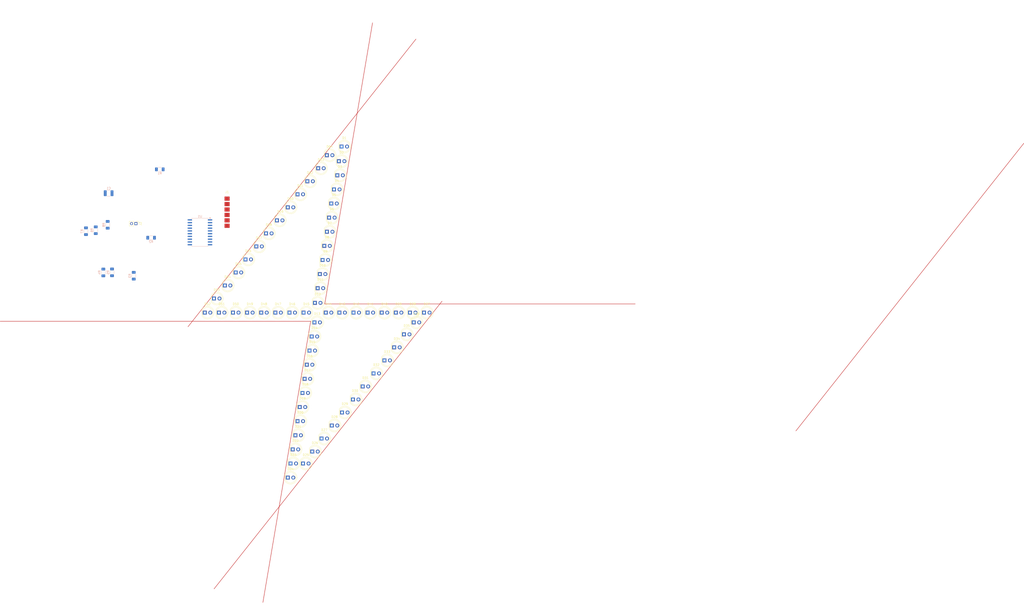
<source format=kicad_pcb>
(kicad_pcb (version 20241229) (generator "pcbnew") (generator_version "9.0")
  (layers (0 "F.Cu" signal) (2 "B.Cu" signal) (13 "F.Paste" user) (15 "B.Paste" user) (5 "F.SilkS" user "F.Silkscreen") (7 "B.SilkS" user "B.Silkscreen") (1 "F.Mask" user) (3 "B.Mask" user) (25 "Edge.Cuts" user))
  (net 0 "")
  (net 1 "Net-(D14-K)")
  (net 2 "Net-(D16-K)")
  (net 3 "GND")
  (net 4 "Net-(U1-PA6)")
  (net 5 "Net-(D1-K)")
  (net 6 "+5V")
  (net 7 "Net-(D15-K)")
  (net 8 "Net-(U1-PA4)")
  (net 9 "Net-(U1-PA2)")
  (net 10 "Net-(U1-AREF{slash}PA3)")
  (net 11 "Net-(U1-PA5)")
  (net 12 "Net-(D10-K)")
  (net 13 "Net-(D12-K)")
  (net 14 "Net-(U1-PA1)")
  (net 15 "Net-(U1-PA7)")
  (net 16 "Net-(D11-K)")
  (net 17 "Net-(D13-K)")
  (net 18 "Net-(U1-PA0)")
  (net 19 "Net-(D17-A)")
  (net 20 "Net-(D1-A)")
  (net 21 "Net-(D10-A)")
  (net 22 "Net-(D25-A)")
  (net 23 "Net-(D33-A)")
  (net 24 "Net-(D41-A)")
  (net 25 "Net-(D49-A)")
  (net 26 "Net-(D57-A)")
  (footprint "LED_THT:LED_D5.0mm" (layer "F.Cu") (at 108.225 143)
    (property "Reference" "D47" (at 1.27 -3.96 0) (layer "F.SilkS"))
    (property "Value" "LED")
    (pad "1" thru_hole rect (at 0 0) (size 1.8 1.8) (drill 0.9) (layers "*.Cu" "*.Mask") (net 7 "Net-(D15-K)"))
    (pad "2" thru_hole circle (at 2.54 0) (size 1.8 1.8) (drill 0.9) (layers "*.Cu" "*.Mask") (net 24 "Net-(D41-A)"))
  )
  (footprint "LED_THT:LED_D5.0mm" (layer "F.Cu") (at 113.96 94.5)
    (property "Reference" "D60" (at 1.27 -3.96 0) (layer "F.SilkS"))
    (property "Value" "LED")
    (pad "1" thru_hole rect (at 0 0) (size 1.8 1.8) (drill 0.9) (layers "*.Cu" "*.Mask") (net 13 "Net-(D12-K)"))
    (pad "2" thru_hole circle (at 2.54 0) (size 1.8 1.8) (drill 0.9) (layers "*.Cu" "*.Mask") (net 26 "Net-(D57-A)"))
  )
  (footprint "LED_THT:LED_D5.0mm" (layer "F.Cu") (at 131.99 105.75)
    (property "Reference" "D7" (at 1.27 -3.96 0) (layer "F.SilkS"))
    (property "Value" "LED")
    (pad "1" thru_hole rect (at 0 0) (size 1.8 1.8) (drill 0.9) (layers "*.Cu" "*.Mask") (net 7 "Net-(D15-K)"))
    (pad "2" thru_hole circle (at 2.54 0) (size 1.8 1.8) (drill 0.9) (layers "*.Cu" "*.Mask") (net 20 "Net-(D1-A)"))
  )
  (footprint "LED_THT:LED_D5.0mm" (layer "F.Cu") (at 137.725 143)
    (property "Reference" "D43" (at 1.27 -3.96 0) (layer "F.SilkS"))
    (property "Value" "LED")
    (pad "1" thru_hole rect (at 0 0) (size 1.8 1.8) (drill 0.9) (layers "*.Cu" "*.Mask") (net 16 "Net-(D11-K)"))
    (pad "2" thru_hole circle (at 2.54 0) (size 1.8 1.8) (drill 0.9) (layers "*.Cu" "*.Mask") (net 24 "Net-(D41-A)"))
  )
  (footprint "LED_THT:LED_D5.0mm" (layer "F.Cu") (at 126.225 147.5)
    (property "Reference" "D13" (at 1.27 -3.96 0) (layer "F.SilkS"))
    (property "Value" "LED")
    (pad "1" thru_hole rect (at 0 0) (size 1.8 1.8) (drill 0.9) (layers "*.Cu" "*.Mask") (net 17 "Net-(D13-K)"))
    (pad "2" thru_hole circle (at 2.54 0) (size 1.8 1.8) (drill 0.9) (layers "*.Cu" "*.Mask") (net 21 "Net-(D10-A)"))
  )
  (footprint "LED_THT:LED_D5.0mm" (layer "F.Cu") (at 133.99 92.75)
    (property "Reference" "D5" (at 1.27 -3.96 0) (layer "F.SilkS"))
    (property "Value" "LED")
    (pad "1" thru_hole rect (at 0 0) (size 1.8 1.8) (drill 0.9) (layers "*.Cu" "*.Mask") (net 17 "Net-(D13-K)"))
    (pad "2" thru_hole circle (at 2.54 0) (size 1.8 1.8) (drill 0.9) (layers "*.Cu" "*.Mask") (net 20 "Net-(D1-A)"))
  )
  (footprint "LED_THT:LED_D5.0mm" (layer "F.Cu") (at 89.96 124.5)
    (property "Reference" "D55" (at 1.27 -3.96 0) (layer "F.SilkS"))
    (property "Value" "LED")
    (pad "1" thru_hole rect (at 0 0) (size 1.8 1.8) (drill 0.9) (layers "*.Cu" "*.Mask") (net 7 "Net-(D15-K)"))
    (pad "2" thru_hole circle (at 2.54 0) (size 1.8 1.8) (drill 0.9) (layers "*.Cu" "*.Mask") (net 25 "Net-(D49-A)"))
  )
  (footprint "LED_THT:LED_D5.0mm" (layer "F.Cu") (at 121 212.5)
    (property "Reference" "D25" (at 1.27 -3.96 0) (layer "F.SilkS"))
    (property "Value" "LED")
    (pad "1" thru_hole rect (at 0 0) (size 1.8 1.8) (drill 0.9) (layers "*.Cu" "*.Mask") (net 5 "Net-(D1-K)"))
    (pad "2" thru_hole circle (at 2.54 0) (size 1.8 1.8) (drill 0.9) (layers "*.Cu" "*.Mask") (net 22 "Net-(D25-A)"))
  )
  (footprint "LED_THT:LED_D5.0mm" (layer "F.Cu") (at 131.96 70.5)
    (property "Reference" "D64" (at 1.27 -3.96 0) (layer "F.SilkS"))
    (property "Value" "LED")
    (pad "1" thru_hole rect (at 0 0) (size 1.8 1.8) (drill 0.9) (layers "*.Cu" "*.Mask") (net 2 "Net-(D16-K)"))
    (pad "2" thru_hole circle (at 2.54 0) (size 1.8 1.8) (drill 0.9) (layers "*.Cu" "*.Mask") (net 26 "Net-(D57-A)"))
  )
  (footprint "LED_THT:LED_D5.0mm" (layer "F.Cu") (at 150.725 143)
    (property "Reference" "D41" (at 1.27 -3.96 0) (layer "F.SilkS"))
    (property "Value" "LED")
    (pad "1" thru_hole rect (at 0 0) (size 1.8 1.8) (drill 0.9) (layers "*.Cu" "*.Mask") (net 5 "Net-(D1-K)"))
    (pad "2" thru_hole circle (at 2.54 0) (size 1.8 1.8) (drill 0.9) (layers "*.Cu" "*.Mask") (net 24 "Net-(D41-A)"))
  )
  (footprint "LED_THT:LED_D5.0mm" (layer "F.Cu") (at 125.225 207)
    (property "Reference" "D26" (at 1.27 -3.96 0) (layer "F.SilkS"))
    (property "Value" "LED")
    (pad "1" thru_hole rect (at 0 0) (size 1.8 1.8) (drill 0.9) (layers "*.Cu" "*.Mask") (net 12 "Net-(D10-K)"))
    (pad "2" thru_hole circle (at 2.54 0) (size 1.8 1.8) (drill 0.9) (layers "*.Cu" "*.Mask") (net 22 "Net-(D25-A)"))
  )
  (footprint "LED_THT:LED_D5.0mm" (layer "F.Cu") (at 124.96 154)
    (property "Reference" "D14" (at 1.27 -3.96 0) (layer "F.SilkS"))
    (property "Value" "LED")
    (pad "1" thru_hole rect (at 0 0) (size 1.8 1.8) (drill 0.9) (layers "*.Cu" "*.Mask") (net 1 "Net-(D14-K)"))
    (pad "2" thru_hole circle (at 2.54 0) (size 1.8 1.8) (drill 0.9) (layers "*.Cu" "*.Mask") (net 21 "Net-(D10-A)"))
  )
  (footprint "LED_THT:LED_D5.0mm" (layer "F.Cu") (at 123.96 160.5)
    (property "Reference" "D15" (at 1.27 -3.96 0) (layer "F.SilkS"))
    (property "Value" "LED")
    (pad "1" thru_hole rect (at 0 0) (size 1.8 1.8) (drill 0.9) (layers "*.Cu" "*.Mask") (net 7 "Net-(D15-K)"))
    (pad "2" thru_hole circle (at 2.54 0) (size 1.8 1.8) (drill 0.9) (layers "*.Cu" "*.Mask") (net 21 "Net-(D10-A)"))
  )
  (footprint "LED_THT:LED_D5.0mm" (layer "F.Cu") (at 157.225 143)
    (property "Reference" "D40" (at 1.27 -3.96 0) (layer "F.SilkS"))
    (property "Value" "LED")
    (pad "1" thru_hole rect (at 0 0) (size 1.8 1.8) (drill 0.9) (layers "*.Cu" "*.Mask") (net 2 "Net-(D16-K)"))
    (pad "2" thru_hole circle (at 2.54 0) (size 1.8 1.8) (drill 0.9) (layers "*.Cu" "*.Mask") (net 23 "Net-(D33-A)"))
  )
  (footprint "LED_THT:LED_D5.0mm" (layer "F.Cu") (at 167.46 153)
    (property "Reference" "D35" (at 1.27 -3.96 0) (layer "F.SilkS"))
    (property "Value" "LED")
    (pad "1" thru_hole rect (at 0 0) (size 1.8 1.8) (drill 0.9) (layers "*.Cu" "*.Mask") (net 16 "Net-(D11-K)"))
    (pad "2" thru_hole circle (at 2.54 0) (size 1.8 1.8) (drill 0.9) (layers "*.Cu" "*.Mask") (net 23 "Net-(D33-A)"))
  )
  (footprint "LED_THT:LED_D5.0mm" (layer "F.Cu") (at 130.765 112.25)
    (property "Reference" "D8" (at 1.27 -3.96 0) (layer "F.SilkS"))
    (property "Value" "LED")
    (pad "1" thru_hole rect (at 0 0) (size 1.8 1.8) (drill 0.9) (layers "*.Cu" "*.Mask") (net 2 "Net-(D16-K)"))
    (pad "2" thru_hole circle (at 2.54 0) (size 1.8 1.8) (drill 0.9) (layers "*.Cu" "*.Mask") (net 20 "Net-(D1-A)"))
  )
  (footprint "LED_THT:LED_D5.0mm" (layer "F.Cu") (at 171.96 147.5)
    (property "Reference" "D36" (at 1.27 -3.96 0) (layer "F.SilkS"))
    (property "Value" "LED")
    (pad "1" thru_hole rect (at 0 0) (size 1.8 1.8) (drill 0.9) (layers "*.Cu" "*.Mask") (net 13 "Net-(D12-K)"))
    (pad "2" thru_hole circle (at 2.54 0) (size 1.8 1.8) (drill 0.9) (layers "*.Cu" "*.Mask") (net 23 "Net-(D33-A)"))
  )
  (footprint "LED_THT:LED_D5.0mm" (layer "F.Cu") (at 176.725 143)
    (property "Reference" "D37" (at 1.27 -3.96 0) (layer "F.SilkS"))
    (property "Value" "LED")
    (pad "1" thru_hole rect (at 0 0) (size 1.8 1.8) (drill 0.9) (layers "*.Cu" "*.Mask") (net 17 "Net-(D13-K)"))
    (pad "2" thru_hole circle (at 2.54 0) (size 1.8 1.8) (drill 0.9) (layers "*.Cu" "*.Mask") (net 23 "Net-(D33-A)"))
  )
  (footprint "LED_THT:LED_D5.0mm" (layer "F.Cu") (at 101.725 143)
    (property "Reference" "D48" (at 1.27 -3.96 0) (layer "F.SilkS"))
    (property "Value" "LED")
    (pad "1" thru_hole rect (at 0 0) (size 1.8 1.8) (drill 0.9) (layers "*.Cu" "*.Mask") (net 2 "Net-(D16-K)"))
    (pad "2" thru_hole circle (at 2.54 0) (size 1.8 1.8) (drill 0.9) (layers "*.Cu" "*.Mask") (net 24 "Net-(D41-A)"))
  )
  (footprint "LED_THT:LED_D5.0mm" (layer "F.Cu") (at 136.765 79.75)
    (property "Reference" "D3" (at 1.27 -3.96 0) (layer "F.SilkS"))
    (property "Value" "LED")
    (pad "1" thru_hole rect (at 0 0) (size 1.8 1.8) (drill 0.9) (layers "*.Cu" "*.Mask") (net 16 "Net-(D11-K)"))
    (pad "2" thru_hole circle (at 2.54 0) (size 1.8 1.8) (drill 0.9) (layers "*.Cu" "*.Mask") (net 20 "Net-(D1-A)"))
  )
  (footprint "LED_THT:LED_D5.0mm" (layer "F.Cu") (at 94.46 118.5)
    (property "Reference" "D56" (at 1.27 -3.96 0) (layer "F.SilkS"))
    (property "Value" "LED")
    (pad "1" thru_hole rect (at 0 0) (size 1.8 1.8) (drill 0.9) (layers "*.Cu" "*.Mask") (net 2 "Net-(D16-K)"))
    (pad "2" thru_hole circle (at 2.54 0) (size 1.8 1.8) (drill 0.9) (layers "*.Cu" "*.Mask") (net 25 "Net-(D49-A)"))
  )
  (footprint "LED_THT:LED_D5.0mm" (layer "F.Cu") (at 116.225 206)
    (property "Reference" "D22" (at 1.27 -3.96 0) (layer "F.SilkS"))
    (property "Value" "LED")
    (pad "1" thru_hole rect (at 0 0) (size 1.8 1.8) (drill 0.9) (layers "*.Cu" "*.Mask") (net 1 "Net-(D14-K)"))
    (pad "2" thru_hole circle (at 2.54 0) (size 1.8 1.8) (drill 0.9) (layers "*.Cu" "*.Mask") (net 19 "Net-(D17-A)"))
  )
  (footprint "LED_THT:LED_D5.0mm" (layer "F.Cu") (at 121.225 143)
    (property "Reference" "D45" (at 1.27 -3.96 0) (layer "F.SilkS"))
    (property "Value" "LED")
    (pad "1" thru_hole rect (at 0 0) (size 1.8 1.8) (drill 0.9) (layers "*.Cu" "*.Mask") (net 17 "Net-(D13-K)"))
    (pad "2" thru_hole circle (at 2.54 0) (size 1.8 1.8) (drill 0.9) (layers "*.Cu" "*.Mask") (net 24 "Net-(D41-A)"))
  )
  (footprint "LED_THT:LED_D5.0mm" (layer "F.Cu") (at 115.225 212.5)
    (property "Reference" "D23" (at 1.27 -3.96 0) (layer "F.SilkS"))
    (property "Value" "LED")
    (pad "1" thru_hole rect (at 0 0) (size 1.8 1.8) (drill 0.9) (layers "*.Cu" "*.Mask") (net 7 "Net-(D15-K)"))
    (pad "2" thru_hole circle (at 2.54 0) (size 1.8 1.8) (drill 0.9) (layers "*.Cu" "*.Mask") (net 19 "Net-(D17-A)"))
  )
  (footprint "LED_THT:LED_D5.0mm" (layer "F.Cu") (at 128.725 125.25)
    (property "Reference" "D10" (at 1.27 -3.96 0) (layer "F.SilkS"))
    (property "Value" "LED")
    (pad "1" thru_hole rect (at 0 0) (size 1.8 1.8) (drill 0.9) (layers "*.Cu" "*.Mask") (net 12 "Net-(D10-K)"))
    (pad "2" thru_hole circle (at 2.54 0) (size 1.8 1.8) (drill 0.9) (layers "*.Cu" "*.Mask") (net 21 "Net-(D10-A)"))
  )
  (footprint "LED_THT:LED_D5.0mm" (layer "F.Cu") (at 117.46 199.5)
    (property "Reference" "D21" (at 1.27 -3.96 0) (layer "F.SilkS"))
    (property "Value" "LED")
    (pad "1" thru_hole rect (at 0 0) (size 1.8 1.8) (drill 0.9) (layers "*.Cu" "*.Mask") (net 17 "Net-(D13-K)"))
    (pad "2" thru_hole circle (at 2.54 0) (size 1.8 1.8) (drill 0.9) (layers "*.Cu" "*.Mask") (net 19 "Net-(D17-A)"))
  )
  (footprint "Connector_PinHeader_2.00mm:PinHeader_1x02_P2.00mm_Vertical" (layer "F.Cu") (at 44 102 -90)
    (property "Reference" "J2" (at 0 -2.11 90) (layer "F.SilkS"))
    (property "Value" "Conn_01x02_Pin")
    (pad "1" thru_hole rect (at 0 0 270) (size 1.35 1.35) (drill 0.8) (layers "*.Cu" "*.Mask") (net 6 "+5V"))
    (pad "2" thru_hole circle (at 0 2 270) (size 1.35 1.35) (drill 0.8) (layers "*.Cu" "*.Mask") (net 3 "GND"))
  )
  (footprint "LED_THT:LED_D5.0mm" (layer "F.Cu") (at 129.5 201)
    (property "Reference" "D27" (at 1.27 -3.96 0) (layer "F.SilkS"))
    (property "Value" "LED")
    (pad "1" thru_hole rect (at 0 0) (size 1.8 1.8) (drill 0.9) (layers "*.Cu" "*.Mask") (net 16 "Net-(D11-K)"))
    (pad "2" thru_hole circle (at 2.54 0) (size 1.8 1.8) (drill 0.9) (layers "*.Cu" "*.Mask") (net 22 "Net-(D25-A)"))
  )
  (footprint "LED_THT:LED_D5.0mm" (layer "F.Cu") (at 103.96 106.5)
    (property "Reference" "D58" (at 1.27 -3.96 0) (layer "F.SilkS"))
    (property "Value" "LED")
    (pad "1" thru_hole rect (at 0 0) (size 1.8 1.8) (drill 0.9) (layers "*.Cu" "*.Mask") (net 12 "Net-(D10-K)"))
    (pad "2" thru_hole circle (at 2.54 0) (size 1.8 1.8) (drill 0.9) (layers "*.Cu" "*.Mask") (net 26 "Net-(D57-A)"))
  )
  (footprint "LED_THT:LED_D5.0mm" (layer "F.Cu") (at 126.46 138.5)
    (property "Reference" "D12" (at 1.27 -3.96 0) (layer "F.SilkS"))
    (property "Value" "LED")
    (pad "1" thru_hole rect (at 0 0) (size 1.8 1.8) (drill 0.9) (layers "*.Cu" "*.Mask") (net 13 "Net-(D12-K)"))
    (pad "2" thru_hole circle (at 2.54 0) (size 1.8 1.8) (drill 0.9) (layers "*.Cu" "*.Mask") (net 21 "Net-(D10-A)"))
  )
  (footprint "LED_THT:LED_D5.0mm" (layer "F.Cu") (at 88.725 143)
    (property "Reference" "D50" (at 1.27 -3.96 0) (layer "F.SilkS"))
    (property "Value" "LED")
    (pad "1" thru_hole rect (at 0 0) (size 1.8 1.8) (drill 0.9) (layers "*.Cu" "*.Mask") (net 12 "Net-(D10-K)"))
    (pad "2" thru_hole circle (at 2.54 0) (size 1.8 1.8) (drill 0.9) (layers "*.Cu" "*.Mask") (net 25 "Net-(D49-A)"))
  )
  (footprint "LED_THT:LED_D5.0mm" (layer "F.Cu") (at 113.96 219)
    (property "Reference" "D24" (at 1.27 -3.96 0) (layer "F.SilkS"))
    (property "Value" "LED")
    (pad "1" thru_hole rect (at 0 0) (size 1.8 1.8) (drill 0.9) (layers "*.Cu" "*.Mask") (net 2 "Net-(D16-K)"))
    (pad "2" thru_hole circle (at 2.54 0) (size 1.8 1.8) (drill 0.9) (layers "*.Cu" "*.Mask") (net 19 "Net-(D17-A)"))
  )
  (footprint "LED_THT:LED_D5.0mm" (layer "F.Cu") (at 118.46 193)
    (property "Reference" "D20" (at 1.27 -3.96 0) (layer "F.SilkS"))
    (property "Value" "LED")
    (pad "1" thru_hole rect (at 0 0) (size 1.8 1.8) (drill 0.9) (layers "*.Cu" "*.Mask") (net 13 "Net-(D12-K)"))
    (pad "2" thru_hole circle (at 2.54 0) (size 1.8 1.8) (drill 0.9) (layers "*.Cu" "*.Mask") (net 19 "Net-(D17-A)"))
  )
  (footprint "LED_THT:LED_D5.0mm" (layer "F.Cu") (at 79.96 136.5)
    (property "Reference" "D53" (at 1.27 -3.96 0) (layer "F.SilkS"))
    (property "Value" "LED")
    (pad "1" thru_hole rect (at 0 0) (size 1.8 1.8) (drill 0.9) (layers "*.Cu" "*.Mask") (net 17 "Net-(D13-K)"))
    (pad "2" thru_hole circle (at 2.54 0) (size 1.8 1.8) (drill 0.9) (layers "*.Cu" "*.Mask") (net 25 "Net-(D49-A)"))
  )
  (footprint "LED_THT:LED_D5.0mm" (layer "F.Cu") (at 121.725 173.5)
    (property "Reference" "D17" (at 1.27 -3.96 0) (layer "F.SilkS"))
    (property "Value" "LED")
    (pad "1" thru_hole rect (at 0 0) (size 1.8 1.8) (drill 0.9) (layers "*.Cu" "*.Mask") (net 5 "Net-(D1-K)"))
    (pad "2" thru_hole circle (at 2.54 0) (size 1.8 1.8) (drill 0.9) (layers "*.Cu" "*.Mask") (net 19 "Net-(D17-A)"))
  )
  (footprint "LED_THT:LED_D5.0mm" (layer "F.Cu") (at 82.225 143)
    (property "Reference" "D51" (at 1.27 -3.96 0) (layer "F.SilkS"))
    (property "Value" "LED")
    (pad "1" thru_hole rect (at 0 0) (size 1.8 1.8) (drill 0.9) (layers "*.Cu" "*.Mask") (net 16 "Net-(D11-K)"))
    (pad "2" thru_hole circle (at 2.54 0) (size 1.8 1.8) (drill 0.9) (layers "*.Cu" "*.Mask") (net 25 "Net-(D49-A)"))
  )
  (footprint "LED_THT:LED_D5.0mm" (layer "F.Cu") (at 137.49 73.25)
    (property "Reference" "D2" (at 1.27 -3.96 0) (layer "F.SilkS"))
    (property "Value" "LED")
    (pad "1" thru_hole rect (at 0 0) (size 1.8 1.8) (drill 0.9) (layers "*.Cu" "*.Mask") (net 12 "Net-(D10-K)"))
    (pad "2" thru_hole circle (at 2.54 0) (size 1.8 1.8) (drill 0.9) (layers "*.Cu" "*.Mask") (net 20 "Net-(D1-A)"))
  )
  (footprint "LED_THT:LED_D5.0mm" (layer "F.Cu") (at 108.96 100.5)
    (property "Reference" "D59" (at 1.54 -4 0) (layer "F.SilkS"))
    (property "Value" "LED")
    (pad "1" thru_hole rect (at 0 0) (size 1.8 1.8) (drill 0.9) (layers "*.Cu" "*.Mask") (net 16 "Net-(D11-K)"))
    (pad "2" thru_hole circle (at 2.54 0) (size 1.8 1.8) (drill 0.9) (layers "*.Cu" "*.Mask") (net 26 "Net-(D57-A)"))
  )
  (footprint "LED_THT:LED_D5.0mm" (layer "F.Cu") (at 118.46 88.5)
    (property "Reference" "D61" (at 1.27 -3.96 0) (layer "F.SilkS"))
    (property "Value" "LED")
    (pad "1" thru_hole rect (at 0 0) (size 1.8 1.8) (drill 0.9) (layers "*.Cu" "*.Mask") (net 17 "Net-(D13-K)"))
    (pad "2" thru_hole circle (at 2.54 0) (size 1.8 1.8) (drill 0.9) (layers "*.Cu" "*.Mask") (net 26 "Net-(D57-A)"))
  )
  (footprint "LED_THT:LED_D5.0mm" (layer "F.Cu") (at 119.46 186.5)
    (property "Reference" "D19" (at 1.27 -3.96 0) (layer "F.SilkS"))
    (property "Value" "LED")
    (pad "1" thru_hole rect (at 0 0) (size 1.8 1.8) (drill 0.9) (layers "*.Cu" "*.Mask") (net 16 "Net-(D11-K)"))
    (pad "2" thru_hole circle (at 2.54 0) (size 1.8 1.8) (drill 0.9) (layers "*.Cu" "*.Mask") (net 19 "Net-(D17-A)"))
  )
  (footprint "LED_THT:LED_D5.0mm" (layer "F.Cu") (at 127.725 131.75)
    (property "Reference" "D11" (at 1.27 -3.96 0) (layer "F.SilkS"))
    (property "Value" "LED")
    (pad "1" thru_hole rect (at 0 0) (size 1.8 1.8) (drill 0.9) (layers "*.Cu" "*.Mask") (net 16 "Net-(D11-K)"))
    (pad "2" thru_hole circle (at 2.54 0) (size 1.8 1.8) (drill 0.9) (layers "*.Cu" "*.Mask") (net 21 "Net-(D10-A)"))
  )
  (footprint "LED_THT:LED_D5.0mm" (layer "F.Cu") (at 114.725 143)
    (property "Reference" "D46" (at 1.27 -3.96 0) (layer "F.SilkS"))
    (property "Value" "LED")
    (pad "1" thru_hole rect (at 0 0) (size 1.8 1.8) (drill 0.9) (layers "*.Cu" "*.Mask") (net 1 "Net-(D14-K)"))
    (pad "2" thru_hole circle (at 2.54 0) (size 1.8 1.8) (drill 0.9) (layers "*.Cu" "*.Mask") (net 24 "Net-(D41-A)"))
  )
  (footprint "LED_THT:LED_D5.0mm" (layer "F.Cu") (at 131.46 143)
    (property "Reference" "D44" (at 1.275 -4 0) (layer "F.SilkS"))
    (property "Value" "LED")
    (pad "1" thru_hole rect (at 0 0) (size 1.8 1.8) (drill 0.9) (layers "*.Cu" "*.Mask") (net 13 "Net-(D12-K)"))
    (pad "2" thru_hole circle (at 2.54 0) (size 1.8 1.8) (drill 0.9) (layers "*.Cu" "*.Mask") (net 24 "Net-(D41-A)"))
  )
  (footprint "LED_THT:LED_D5.0mm" (layer "F.Cu") (at 162.96 159)
    (property "Reference" "D34" (at 1.27 -3.96 0) (layer "F.SilkS"))
    (property "Value" "LED")
    (pad "1" thru_hole rect (at 0 0) (size 1.8 1.8) (drill 0.9) (layers "*.Cu" "*.Mask") (net 12 "Net-(D10-K)"))
    (pad "2" thru_hole circle (at 2.54 0) (size 1.8 1.8) (drill 0.9) (layers "*.Cu" "*.Mask") (net 23 "Net-(D33-A)"))
  )
  (footprint "LED_THT:LED_D5.0mm" (layer "F.Cu") (at 134.225 195)
    (property "Reference" "D28" (at 1.27 -3.96 0) (layer "F.SilkS"))
    (property "Value" "LED")
    (pad "1" thru_hole rect (at 0 0) (size 1.8 1.8) (drill 0.9) (layers "*.Cu" "*.Mask") (net 13 "Net-(D12-K)"))
    (pad "2" thru_hole circle (at 2.54 0) (size 1.8 1.8) (drill 0.9) (layers "*.Cu" "*.Mask") (net 22 "Net-(D25-A)"))
  )
  (footprint "LED_THT:LED_D5.0mm" (layer "F.Cu") (at 95.225 143)
    (property "Reference" "D49" (at 1.27 -3.96 0) (layer "F.SilkS"))
    (property "Value" "LED")
    (pad "1" thru_hole rect (at 0 0) (size 1.8 1.8) (drill 0.9) (layers "*.Cu" "*.Mask") (net 5 "Net-(D1-K)"))
    (pad "2" thru_hole circle (at 2.54 0) (size 1.8 1.8) (drill 0.9) (layers "*.Cu" "*.Mask") (net 25 "Net-(D49-A)"))
  )
  (footprint "LED_THT:LED_D5.0mm" (layer "F.Cu") (at 99.46 112.5)
    (property "Reference" "D57" (at 1.27 -3.96 0) (layer "F.SilkS"))
    (property "Value" "LED")
    (pad "1" thru_hole rect (at 0 0) (size 1.8 1.8) (drill 0.9) (layers "*.Cu" "*.Mask") (net 5 "Net-(D1-K)"))
    (pad "2" thru_hole circle (at 2.54 0) (size 1.8 1.8) (drill 0.9) (layers "*.Cu" "*.Mask") (net 26 "Net-(D57-A)"))
  )
  (footprint "LED_THT:LED_D5.0mm" (layer "F.Cu") (at 122.96 82.5)
    (property "Reference" "D62" (at 1.27 -3.96 0) (layer "F.SilkS"))
    (property "Value" "LED")
    (pad "1" thru_hole rect (at 0 0) (size 1.8 1.8) (drill 0.9) (layers "*.Cu" "*.Mask") (net 1 "Net-(D14-K)"))
    (pad "2" thru_hole circle (at 2.54 0) (size 1.8 1.8) (drill 0.9) (layers "*.Cu" "*.Mask") (net 26 "Net-(D57-A)"))
  )
  (footprint "LED_THT:LED_D5.0mm" (layer "F.Cu") (at 132.99 99.25)
    (property "Reference" "D6" (at 1.27 -3.96 0) (layer "F.SilkS"))
    (property "Value" "LED")
    (pad "1" thru_hole rect (at 0 0) (size 1.8 1.8) (drill 0.9) (layers "*.Cu" "*.Mask") (net 1 "Net-(D14-K)"))
    (pad "2" thru_hole circle (at 2.54 0) (size 1.8 1.8) (drill 0.9) (layers "*.Cu" "*.Mask") (net 20 "Net-(D1-A)"))
  )
  (footprint "LED_THT:LED_D5.0mm" (layer "F.Cu") (at 153.46 171)
    (property "Reference" "D32" (at 1.27 -3.96 0) (layer "F.SilkS"))
    (property "Value" "LED")
    (pad "1" thru_hole rect (at 0 0) (size 1.8 1.8) (drill 0.9) (layers "*.Cu" "*.Mask") (net 2 "Net-(D16-K)"))
    (pad "2" thru_hole circle (at 2.54 0) (size 1.8 1.8) (drill 0.9) (layers "*.Cu" "*.Mask") (net 22 "Net-(D25-A)"))
  )
  (footprint "LED_THT:LED_D5.0mm" (layer "F.Cu") (at 127.96 76.5)
    (property "Reference" "D63" (at 1.27 -3.96 0) (layer "F.SilkS"))
    (property "Value" "LED")
    (pad "1" thru_hole rect (at 0 0) (size 1.8 1.8) (drill 0.9) (layers "*.Cu" "*.Mask") (net 7 "Net-(D15-K)"))
    (pad "2" thru_hole circle (at 2.54 0) (size 1.8 1.8) (drill 0.9) (layers "*.Cu" "*.Mask") (net 26 "Net-(D57-A)"))
  )
  (footprint "LED_THT:LED_D5.0mm" (layer "F.Cu") (at 138.725 66.5)
    (property "Reference" "D1" (at 1.27 -3.96 0) (layer "F.SilkS"))
    (property "Value" "LED")
    (pad "1" thru_hole rect (at 0 0) (size 1.8 1.8) (drill 0.9) (layers "*.Cu" "*.Mask") (net 5 "Net-(D1-K)"))
    (pad "2" thru_hole circle (at 2.54 0) (size 1.8 1.8) (drill 0.9) (layers "*.Cu" "*.Mask") (net 20 "Net-(D1-A)"))
  )
  (footprint "LED_THT:LED_D5.0mm" (layer "F.Cu") (at 144.225 143)
    (property "Reference" "D42" (at 1.27 -3.96 0) (layer "F.SilkS"))
    (property "Value" "LED")
    (pad "1" thru_hole rect (at 0 0) (size 1.8 1.8) (drill 0.9) (layers "*.Cu" "*.Mask") (net 12 "Net-(D10-K)"))
    (pad "2" thru_hole circle (at 2.54 0) (size 1.8 1.8) (drill 0.9) (layers "*.Cu" "*.Mask") (net 24 "Net-(D41-A)"))
  )
  (footprint "LED_THT:LED_D5.0mm" (layer "F.Cu") (at 138.96 189)
    (property "Reference" "D29" (at 1.27 -3.96 0) (layer "F.SilkS"))
    (property "Value" "LED")
    (pad "1" thru_hole rect (at 0 0) (size 1.8 1.8) (drill 0.9) (layers "*.Cu" "*.Mask") (net 17 "Net-(D13-K)"))
    (pad "2" thru_hole circle (at 2.54 0) (size 1.8 1.8) (drill 0.9) (layers "*.Cu" "*.Mask") (net 22 "Net-(D25-A)"))
  )
  (footprint "Connector_PinHeader_2.00mm:PinHeader_1x06_P2.00mm_Vertical_SMD_Pin1Left" (layer "F.Cu") (at 87 95.9625)
    (property "Reference" "J1" (at -1 -8.5 0) (layer "F.SilkS"))
    (property "Value" "Conn_01x06_Pin")
    (pad "1" smd rect (at -1 -5.4625) (size 2.35 1.925) (layers "F.Cu" "F.Mask" "F.Paste") (net 5 "Net-(D1-K)"))
    (pad "2" smd rect (at -1 -2.9625) (size 2.35 1.925) (layers "F.Cu" "F.Mask" "F.Paste") (net 12 "Net-(D10-K)"))
    (pad "3" smd rect (at -0.999999 -0.462499) (size 2.349998 1.924998) (layers "F.Cu" "F.Mask" "F.Paste") (net 16 "Net-(D11-K)"))
    (pad "4" smd rect (at -1 2.0375) (size 2.35 1.925) (layers "F.Cu" "F.Mask" "F.Paste") (net 6 "+5V"))
    (pad "5" smd rect (at -1 4.5375) (size 2.35 1.925) (layers "F.Cu" "F.Mask" "F.Paste") (net 3 "GND"))
    (pad "6" smd rect (at -1 7.0375) (size 2.35 1.925) (layers "F.Cu" "F.Mask" "F.Paste") (net 2 "Net-(D16-K)"))
  )
  (footprint "LED_THT:LED_D5.0mm" (layer "F.Cu") (at 129.99 118.75)
    (property "Reference" "D9" (at 1.27 -3.96 0) (layer "F.SilkS"))
    (property "Value" "LED")
    (pad "1" thru_hole rect (at 0 0) (size 1.8 1.8) (drill 0.9) (layers "*.Cu" "*.Mask") (net 5 "Net-(D1-K)"))
    (pad "2" thru_hole circle (at 2.54 0) (size 1.8 1.8) (drill 0.9) (layers "*.Cu" "*.Mask") (net 21 "Net-(D10-A)"))
  )
  (footprint "LED_THT:LED_D5.0mm" (layer "F.Cu") (at 148.46 177)
    (property "Reference" "D31" (at 1.27 -3.96 0) (layer "F.SilkS"))
    (property "Value" "LED")
    (pad "1" thru_hole rect (at 0 0) (size 1.8 1.8) (drill 0.9) (layers "*.Cu" "*.Mask") (net 7 "Net-(D15-K)"))
    (pad "2" thru_hole circle (at 2.54 0) (size 1.8 1.8) (drill 0.9) (layers "*.Cu" "*.Mask") (net 22 "Net-(D25-A)"))
  )
  (footprint "LED_THT:LED_D5.0mm" (layer "F.Cu") (at 163.725 143)
    (property "Reference" "D39" (at 1.27 -3.96 0) (layer "F.SilkS"))
    (property "Value" "LED")
    (pad "1" thru_hole rect (at 0 0) (size 1.8 1.8) (drill 0.9) (layers "*.Cu" "*.Mask") (net 7 "Net-(D15-K)"))
    (pad "2" thru_hole circle (at 2.54 0) (size 1.8 1.8) (drill 0.9) (layers "*.Cu" "*.Mask") (net 23 "Net-(D33-A)"))
  )
  (footprint "LED_THT:LED_D5.0mm" (layer "F.Cu") (at 122.725 167)
    (property "Reference" "D16" (at 1.27 -3.96 0) (layer "F.SilkS"))
    (property "Value" "LED")
    (pad "1" thru_hole rect (at 0 0) (size 1.8 1.8) (drill 0.9) (layers "*.Cu" "*.Mask") (net 2 "Net-(D16-K)"))
    (pad "2" thru_hole circle (at 2.54 0) (size 1.8 1.8) (drill 0.9) (layers "*.Cu" "*.Mask") (net 21 "Net-(D10-A)"))
  )
  (footprint "LED_THT:LED_D5.0mm" (layer "F.Cu") (at 170.225 143)
    (property "Reference" "D38" (at 1.27 -3.96 0) (layer "F.SilkS"))
    (property "Value" "LED")
    (pad "1" thru_hole rect (at 0 0) (size 1.8 1.8) (drill 0.9) (layers "*.Cu" "*.Mask") (net 1 "Net-(D14-K)"))
    (pad "2" thru_hole circle (at 2.54 0) (size 1.8 1.8) (drill 0.9) (layers "*.Cu" "*.Mask") (net 23 "Net-(D33-A)"))
  )
  (footprint "LED_THT:LED_D5.0mm" (layer "F.Cu") (at 84.96 130.5)
    (property "Reference" "D54" (at 1.27 -3.96 0) (layer "F.SilkS"))
    (property "Value" "LED")
    (pad "1" thru_hole rect (at 0 0) (size 1.8 1.8) (drill 0.9) (layers "*.Cu" "*.Mask") (net 1 "Net-(D14-K)"))
    (pad "2" thru_hole circle (at 2.54 0) (size 1.8 1.8) (drill 0.9) (layers "*.Cu" "*.Mask") (net 25 "Net-(D49-A)"))
  )
  (footprint "LED_THT:LED_D5.0mm" (layer "F.Cu") (at 143.96 183)
    (property "Reference" "D30" (at 1 -4 0) (layer "F.SilkS"))
    (property "Value" "LED")
    (pad "1" thru_hole rect (at 0 0) (size 1.8 1.8) (drill 0.9) (layers "*.Cu" "*.Mask") (net 1 "Net-(D14-K)"))
    (pad "2" thru_hole circle (at 2.54 0) (size 1.8 1.8) (drill 0.9) (layers "*.Cu" "*.Mask") (net 22 "Net-(D25-A)"))
  )
  (footprint "LED_THT:LED_D5.0mm" (layer "F.Cu") (at 135.265 86.25)
    (property "Reference" "D4" (at 1.27 -3.96 0) (layer "F.SilkS"))
    (property "Value" "LED")
    (pad "1" thru_hole rect (at 0 0) (size 1.8 1.8) (drill 0.9) (layers "*.Cu" "*.Mask") (net 13 "Net-(D12-K)"))
    (pad "2" thru_hole circle (at 2.54 0) (size 1.8 1.8) (drill 0.9) (layers "*.Cu" "*.Mask") (net 20 "Net-(D1-A)"))
  )
  (footprint "LED_THT:LED_D5.0mm" (layer "F.Cu") (at 75.725 143)
    (property "Reference" "D52" (at 1.27 -3.96 0) (layer "F.SilkS"))
    (property "Value" "LED")
    (pad "1" thru_hole rect (at 0 0) (size 1.8 1.8) (drill 0.9) (layers "*.Cu" "*.Mask") (net 13 "Net-(D12-K)"))
    (pad "2" thru_hole circle (at 2.54 0) (size 1.8 1.8) (drill 0.9) (layers "*.Cu" "*.Mask") (net 25 "Net-(D49-A)"))
  )
  (footprint "LED_THT:LED_D5.0mm" (layer "F.Cu") (at 158.46 165)
    (property "Reference" "D33" (at 1.27 -3.96 0) (layer "F.SilkS"))
    (property "Value" "LED")
    (pad "1" thru_hole rect (at 0 0) (size 1.8 1.8) (drill 0.9) (layers "*.Cu" "*.Mask") (net 5 "Net-(D1-K)"))
    (pad "2" thru_hole circle (at 2.54 0) (size 1.8 1.8) (drill 0.9) (layers "*.Cu" "*.Mask") (net 23 "Net-(D33-A)"))
  )
  (footprint "LED_THT:LED_D5.0mm" (layer "F.Cu") (at 120.725 180)
    (property "Reference" "D18" (at 1.27 -3.96 0) (layer "F.SilkS"))
    (property "Value" "LED")
    (pad "1" thru_hole rect (at 0 0) (size 1.8 1.8) (drill 0.9) (layers "*.Cu" "*.Mask") (net 12 "Net-(D10-K)"))
    (pad "2" thru_hole circle (at 2.54 0) (size 1.8 1.8) (drill 0.9) (layers "*.Cu" "*.Mask") (net 19 "Net-(D17-A)"))
  )
  (footprint "Package_SO:SOIC-20W_7.5x12.8mm_P1.27mm" (layer "B.Cu") (at 73.5 106 180)
    (property "Reference" "U1" (at 0 7.35 0) (layer "B.SilkS") (effects (justify mirror)))
    (property "Value" "ATtiny861A-S")
    (pad "1" smd roundrect (at -4.65 5.715 180) (size 2.05 0.6) (layers "B.Cu" "B.Mask" "B.Paste") (net 5 "Net-(D1-K)"))
    (pad "2" smd roundrect (at -4.65 4.445 180) (size 2.05 0.6) (layers "B.Cu" "B.Mask" "B.Paste") (net 12 "Net-(D10-K)"))
    (pad "3" smd roundrect (at -4.65 3.175 180) (size 2.05 0.6) (layers "B.Cu" "B.Mask" "B.Paste") (net 16 "Net-(D11-K)"))
    (pad "4" smd roundrect (at -4.65 1.905 180) (size 2.05 0.6) (layers "B.Cu" "B.Mask" "B.Paste") (net 13 "Net-(D12-K)"))
    (pad "5" smd roundrect (at -4.65 0.635 180) (size 2.05 0.6) (layers "B.Cu" "B.Mask" "B.Paste") (net 6 "+5V"))
    (pad "6" smd roundrect (at -4.65 -0.635 180) (size 2.05 0.6) (layers "B.Cu" "B.Mask" "B.Paste") (net 3 "GND"))
    (pad "7" smd roundrect (at -4.65 -1.905 180) (size 2.05 0.6) (layers "B.Cu" "B.Mask" "B.Paste") (net 17 "Net-(D13-K)"))
    (pad "8" smd roundrect (at -4.65 -3.175 180) (size 2.05 0.6) (layers "B.Cu" "B.Mask" "B.Paste") (net 1 "Net-(D14-K)"))
    (pad "9" smd roundrect (at -4.65 -4.445 180) (size 2.05 0.6) (layers "B.Cu" "B.Mask" "B.Paste") (net 7 "Net-(D15-K)"))
    (pad "10" smd roundrect (at -4.65 -5.715 180) (size 2.05 0.6) (layers "B.Cu" "B.Mask" "B.Paste") (net 2 "Net-(D16-K)"))
    (pad "11" smd roundrect (at 4.65 -5.715 180) (size 2.05 0.6) (layers "B.Cu" "B.Mask" "B.Paste") (net 15 "Net-(U1-PA7)"))
    (pad "12" smd roundrect (at 4.65 -4.445 180) (size 2.05 0.6) (layers "B.Cu" "B.Mask" "B.Paste") (net 4 "Net-(U1-PA6)"))
    (pad "13" smd roundrect (at 4.65 -3.175 180) (size 2.05 0.6) (layers "B.Cu" "B.Mask" "B.Paste") (net 11 "Net-(U1-PA5)"))
    (pad "14" smd roundrect (at 4.65 -1.905 180) (size 2.05 0.6) (layers "B.Cu" "B.Mask" "B.Paste") (net 8 "Net-(U1-PA4)"))
    (pad "15" smd roundrect (at 4.65 -0.635 180) (size 2.05 0.6) (layers "B.Cu" "B.Mask" "B.Paste") (net 6 "+5V"))
    (pad "16" smd roundrect (at 4.65 0.635 180) (size 2.05 0.6) (layers "B.Cu" "B.Mask" "B.Paste") (net 3 "GND"))
    (pad "17" smd roundrect (at 4.65 1.905 180) (size 2.05 0.6) (layers "B.Cu" "B.Mask" "B.Paste") (net 10 "Net-(U1-AREF{slash}PA3)"))
    (pad "18" smd roundrect (at 4.65 3.175 180) (size 2.05 0.6) (layers "B.Cu" "B.Mask" "B.Paste") (net 9 "Net-(U1-PA2)"))
    (pad "19" smd roundrect (at 4.65 4.445 180) (size 2.05 0.6) (layers "B.Cu" "B.Mask" "B.Paste") (net 14 "Net-(U1-PA1)"))
    (pad "20" smd roundrect (at 4.65 5.715 180) (size 2.05 0.6) (layers "B.Cu" "B.Mask" "B.Paste") (net 18 "Net-(U1-PA0)"))
  )
  (footprint "Resistor_SMD:R_1206_3216Metric_Pad1.30x1.75mm_HandSolder" (layer "B.Cu") (at 43 126 -90)
    (property "Reference" "R3" (at 0 1.83 90) (layer "B.SilkS") (effects (justify mirror)))
    (property "Value" "110")
    (pad "1" smd roundrect (at -1.55 0 270) (size 1.3 1.75) (layers "B.Cu" "B.Mask" "B.Paste") (roundrect_rratio 0.192308) (net 9 "Net-(U1-PA2)"))
    (pad "2" smd roundrect (at 1.55 0 270) (size 1.3 1.75) (layers "B.Cu" "B.Mask" "B.Paste") (roundrect_rratio 0.192308) (net 19 "Net-(D17-A)"))
  )
  (footprint "Resistor_SMD:R_1206_3216Metric_Pad1.30x1.75mm_HandSolder" (layer "B.Cu") (at 33 124.45 -90)
    (property "Reference" "R5" (at 0 1.83 90) (layer "B.SilkS") (effects (justify mirror)))
    (property "Value" "110")
    (pad "1" smd roundrect (at -1.55 0 270) (size 1.3 1.75) (layers "B.Cu" "B.Mask" "B.Paste") (roundrect_rratio 0.192308) (net 8 "Net-(U1-PA4)"))
    (pad "2" smd roundrect (at 1.55 0 270) (size 1.3 1.75) (layers "B.Cu" "B.Mask" "B.Paste") (roundrect_rratio 0.192308) (net 23 "Net-(D33-A)"))
  )
  (footprint "Resistor_SMD:R_1206_3216Metric_Pad1.30x1.75mm_HandSolder" (layer "B.Cu") (at 25.5 105.05 -90)
    (property "Reference" "R6" (at 0 1.83 90) (layer "B.SilkS") (effects (justify mirror)))
    (property "Value" "110")
    (pad "1" smd roundrect (at -1.55 0 270) (size 1.3 1.75) (layers "B.Cu" "B.Mask" "B.Paste") (roundrect_rratio 0.192308) (net 11 "Net-(U1-PA5)"))
    (pad "2" smd roundrect (at 1.55 0 270) (size 1.3 1.75) (layers "B.Cu" "B.Mask" "B.Paste") (roundrect_rratio 0.192308) (net 24 "Net-(D41-A)"))
  )
  (footprint "Capacitor_SMD:C_1210_3225Metric_Pad1.33x2.70mm_HandSolder" (layer "B.Cu") (at 31.4375 88 180)
    (property "Reference" "C1" (at 0 2.3 0) (layer "B.SilkS") (effects (justify mirror)))
    (property "Value" "10 u")
    (pad "1" smd roundrect (at -1.5625 0 180) (size 1.325 2.7) (layers "B.Cu" "B.Mask" "B.Paste") (roundrect_rratio 0.188679) (net 6 "+5V"))
    (pad "2" smd roundrect (at 1.5625 0 180) (size 1.325 2.7) (layers "B.Cu" "B.Mask" "B.Paste") (roundrect_rratio 0.188679) (net 3 "GND"))
  )
  (footprint "Resistor_SMD:R_1206_3216Metric_Pad1.30x1.75mm_HandSolder" (layer "B.Cu") (at 29 124.5 -90)
    (property "Reference" "R4" (at 0 1.83 90) (layer "B.SilkS") (effects (justify mirror)))
    (property "Value" "110")
    (pad "1" smd roundrect (at -1.55 0 270) (size 1.3 1.75) (layers "B.Cu" "B.Mask" "B.Paste") (roundrect_rratio 0.192308) (net 10 "Net-(U1-AREF{slash}PA3)"))
    (pad "2" smd roundrect (at 1.55 0 270) (size 1.3 1.75) (layers "B.Cu" "B.Mask" "B.Paste") (roundrect_rratio 0.192308) (net 22 "Net-(D25-A)"))
  )
  (footprint "Resistor_SMD:R_1206_3216Metric_Pad1.30x1.75mm_HandSolder" (layer "B.Cu") (at 51 108.5)
    (property "Reference" "R2" (at 0 1.83 0) (layer "B.SilkS") (effects (justify mirror)))
    (property "Value" "110")
    (pad "1" smd roundrect (at -1.55 0) (size 1.3 1.75) (layers "B.Cu" "B.Mask" "B.Paste") (roundrect_rratio 0.192308) (net 14 "Net-(U1-PA1)"))
    (pad "2" smd roundrect (at 1.55 0) (size 1.3 1.75) (layers "B.Cu" "B.Mask" "B.Paste") (roundrect_rratio 0.192308) (net 21 "Net-(D10-A)"))
  )
  (footprint "Resistor_SMD:R_1206_3216Metric_Pad1.30x1.75mm_HandSolder" (layer "B.Cu") (at 21 105.5 -90)
    (property "Reference" "R7" (at 0 1.83 90) (layer "B.SilkS") (effects (justify mirror)))
    (property "Value" "110")
    (pad "1" smd roundrect (at -1.55 0 270) (size 1.3 1.75) (layers "B.Cu" "B.Mask" "B.Paste") (roundrect_rratio 0.192308) (net 4 "Net-(U1-PA6)"))
    (pad "2" smd roundrect (at 1.55 0 270) (size 1.3 1.75) (layers "B.Cu" "B.Mask" "B.Paste") (roundrect_rratio 0.192308) (net 25 "Net-(D49-A)"))
  )
  (footprint "Resistor_SMD:R_1206_3216Metric_Pad1.30x1.75mm_HandSolder" (layer "B.Cu") (at 31 102.55 -90)
    (property "Reference" "R8" (at 0 1.83 90) (layer "B.SilkS") (effects (justify mirror)))
    (property "Value" "110")
    (pad "1" smd roundrect (at -1.55 0 270) (size 1.3 1.75) (layers "B.Cu" "B.Mask" "B.Paste") (roundrect_rratio 0.192308) (net 15 "Net-(U1-PA7)"))
    (pad "2" smd roundrect (at 1.55 0 270) (size 1.3 1.75) (layers "B.Cu" "B.Mask" "B.Paste") (roundrect_rratio 0.192308) (net 26 "Net-(D57-A)"))
  )
  (footprint "Resistor_SMD:R_1206_3216Metric_Pad1.30x1.75mm_HandSolder" (layer "B.Cu") (at 55 77)
    (property "Reference" "R1" (at 0 1.83 0) (layer "B.SilkS") (effects (justify mirror)))
    (property "Value" "110")
    (pad "1" smd roundrect (at -1.55 0) (size 1.3 1.75) (layers "B.Cu" "B.Mask" "B.Paste") (roundrect_rratio 0.192308) (net 18 "Net-(U1-PA0)"))
    (pad "2" smd roundrect (at 1.55 0) (size 1.3 1.75) (layers "B.Cu" "B.Mask" "B.Paste") (roundrect_rratio 0.192308) (net 20 "Net-(D1-A)"))
  )
  (gr_line (start 131 139) (end 274 139) (stroke (width 0.2)) (layer "F.Cu") (net 2))
  (gr_line (start 68 149.5) (end 173 17) (stroke (width 0.2)) (layer "F.Cu") (net 2))
  (gr_line (start 348 197.5) (end 453 65) (stroke (width 0.2)) (layer "F.Cu"))
  (gr_line (start 80 270.25) (end 185 137.75) (stroke (width 0.2)) (layer "F.Cu") (net 2))
  (gr_line (start -18.5 147) (end 124.5 147) (stroke (width 0.2)) (layer "F.Cu") (net 2))
  (gr_line (start 131 139) (end 153 9.5) (stroke (width 0.2)) (layer "F.Cu") (net 2))
  (gr_line (start 102.5 276.5) (end 124.5 147) (stroke (width 0.2)) (layer "F.Cu") (net 2))
)
</source>
